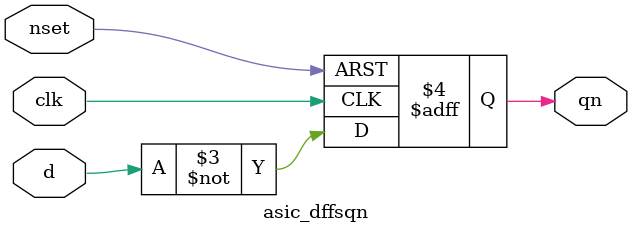
<source format=v>

module asic_dffsqn
   (
    input d,
    input clk,
    input nset,
    output reg  qn
    );

   always @ (posedge clk or negedge nset)
     if(!nset)
       qn <= 1'b0;
     else
       qn <= ~d;

endmodule

</source>
